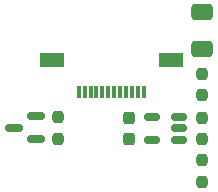
<source format=gbr>
%TF.GenerationSoftware,KiCad,Pcbnew,8.0.7-8.0.7-0~ubuntu22.04.1*%
%TF.CreationDate,2025-01-07T12:13:10+01:00*%
%TF.ProjectId,mcu_board,6d63755f-626f-4617-9264-2e6b69636164,rev?*%
%TF.SameCoordinates,Original*%
%TF.FileFunction,Paste,Bot*%
%TF.FilePolarity,Positive*%
%FSLAX46Y46*%
G04 Gerber Fmt 4.6, Leading zero omitted, Abs format (unit mm)*
G04 Created by KiCad (PCBNEW 8.0.7-8.0.7-0~ubuntu22.04.1) date 2025-01-07 12:13:10*
%MOMM*%
%LPD*%
G01*
G04 APERTURE LIST*
G04 Aperture macros list*
%AMRoundRect*
0 Rectangle with rounded corners*
0 $1 Rounding radius*
0 $2 $3 $4 $5 $6 $7 $8 $9 X,Y pos of 4 corners*
0 Add a 4 corners polygon primitive as box body*
4,1,4,$2,$3,$4,$5,$6,$7,$8,$9,$2,$3,0*
0 Add four circle primitives for the rounded corners*
1,1,$1+$1,$2,$3*
1,1,$1+$1,$4,$5*
1,1,$1+$1,$6,$7*
1,1,$1+$1,$8,$9*
0 Add four rect primitives between the rounded corners*
20,1,$1+$1,$2,$3,$4,$5,0*
20,1,$1+$1,$4,$5,$6,$7,0*
20,1,$1+$1,$6,$7,$8,$9,0*
20,1,$1+$1,$8,$9,$2,$3,0*%
G04 Aperture macros list end*
%ADD10RoundRect,0.237500X-0.237500X0.250000X-0.237500X-0.250000X0.237500X-0.250000X0.237500X0.250000X0*%
%ADD11RoundRect,0.237500X0.237500X-0.250000X0.237500X0.250000X-0.237500X0.250000X-0.237500X-0.250000X0*%
%ADD12RoundRect,0.237500X0.237500X-0.300000X0.237500X0.300000X-0.237500X0.300000X-0.237500X-0.300000X0*%
%ADD13RoundRect,0.150000X0.587500X0.150000X-0.587500X0.150000X-0.587500X-0.150000X0.587500X-0.150000X0*%
%ADD14R,0.300000X1.000000*%
%ADD15R,2.000000X1.300000*%
%ADD16RoundRect,0.150000X0.512500X0.150000X-0.512500X0.150000X-0.512500X-0.150000X0.512500X-0.150000X0*%
%ADD17RoundRect,0.250000X0.650000X-0.412500X0.650000X0.412500X-0.650000X0.412500X-0.650000X-0.412500X0*%
G04 APERTURE END LIST*
D10*
%TO.C,R3*%
X157700000Y-95487500D03*
X157700000Y-97312500D03*
%TD*%
D11*
%TO.C,R1*%
X157700000Y-90000000D03*
X157700000Y-88175000D03*
%TD*%
D12*
%TO.C,C2*%
X151500000Y-93662500D03*
X151500000Y-91937500D03*
%TD*%
D13*
%TO.C,Q1*%
X143637500Y-91787500D03*
X143637500Y-93687500D03*
X141762500Y-92737500D03*
%TD*%
D14*
%TO.C,J5*%
X147250000Y-89750000D03*
X147750000Y-89750000D03*
X148250000Y-89750000D03*
X148750000Y-89750000D03*
X149250000Y-89750000D03*
X149750000Y-89750000D03*
X150250000Y-89750000D03*
X150750000Y-89750000D03*
X151250000Y-89750000D03*
X151750000Y-89750000D03*
X152250000Y-89750000D03*
X152750000Y-89750000D03*
D15*
X144950000Y-87050000D03*
X155050000Y-87050000D03*
%TD*%
D16*
%TO.C,U1*%
X155737500Y-91850000D03*
X155737500Y-92800000D03*
X155737500Y-93750000D03*
X153462500Y-93750000D03*
X153462500Y-91850000D03*
%TD*%
D11*
%TO.C,R2*%
X157700000Y-93712500D03*
X157700000Y-91887500D03*
%TD*%
%TO.C,R12*%
X145500000Y-93662500D03*
X145500000Y-91837500D03*
%TD*%
D17*
%TO.C,C4*%
X157700000Y-86062500D03*
X157700000Y-82937500D03*
%TD*%
M02*

</source>
